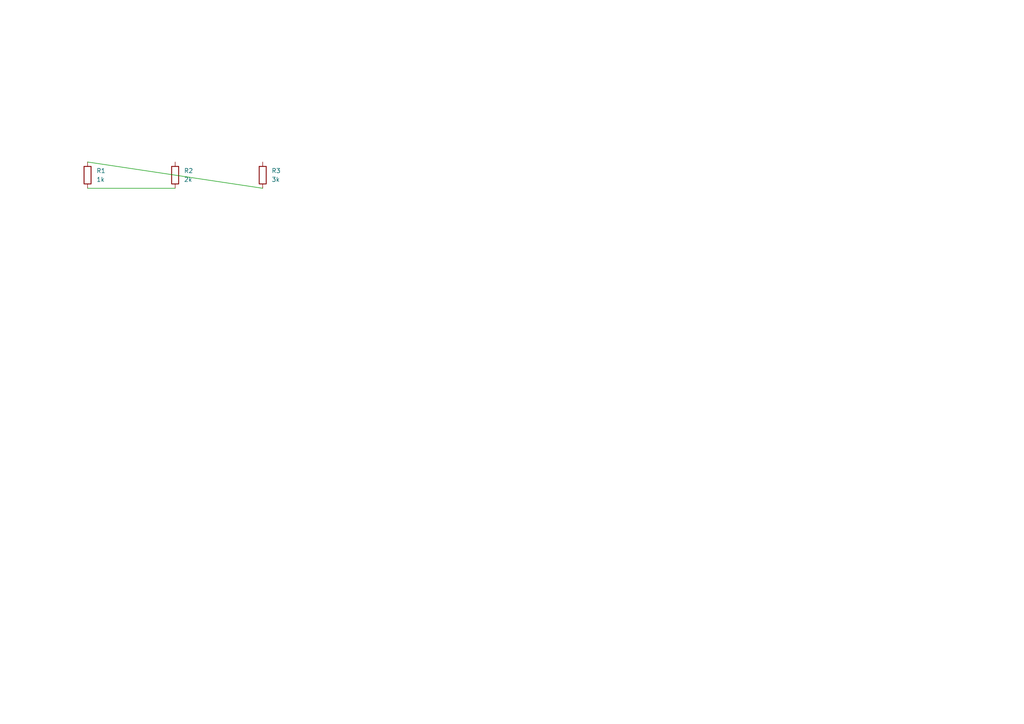
<source format=kicad_sch>
(kicad_sch (version 20250114) (generator "eeschema") (generator_version "9.0")
  (paper "A4")
  (title_block (title "Direct Routing Demo"))
  (lib_symbols
    (symbol "Device:R" (pin_numbers (hide yes)) (pin_names (offset 0))
      (property "Reference" "R" (at 2.032 0 90))
      (property "Value" "R" (at 0 0 90))
      (symbol "R_0_1"
        (rectangle (start -1.016 -2.54) (end 1.016 2.54) (stroke (width 0.254)))
      )
      (symbol "R_1_1"
        (pin passive line (at 0 3.81 270) (length 1.27) (name "~") (number "1"))
        (pin passive line (at 0 -3.81 90) (length 1.27) (name "~") (number "2"))
      )
    )
  )
  (symbol (lib_id "Device:R") (at 25.4 50.8 0) (unit 1)
    (property "Reference" "R1" (at 27.94 49.5299 0) (effects (justify left)))
    (property "Value" "1k" (at 27.94 52.0699 0) (effects (justify left)))
  )
  (symbol (lib_id "Device:R") (at 50.8 50.8 0) (unit 1)
    (property "Reference" "R2" (at 53.34 49.5299 0) (effects (justify left)))
    (property "Value" "2k" (at 53.34 52.0699 0) (effects (justify left)))
  )
  (symbol (lib_id "Device:R") (at 76.2 50.8 0) (unit 1)
    (property "Reference" "R3" (at 78.74 49.5299 0) (effects (justify left)))
    (property "Value" "3k" (at 78.74 52.0699 0) (effects (justify left)))
  )
  (wire (pts (xy 25.4 46.99) (xy 76.2 54.61)))
  (wire (pts (xy 25.4 54.61) (xy 50.8 54.61)))
)
</source>
